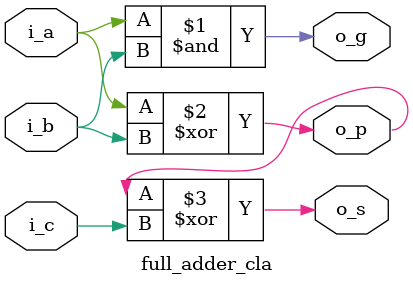
<source format=v>
module carry_lookahead_adder(
    input  wire [31:0] i_a,
    input  wire [31:0] i_b,
    output wire [31:0] o_sum
);

    wire [31:0] g, p;    // generate và propagate
    wire [31:0] c;       // carry
    wire        c32, P, G;

    // Sinh tín hiệu G, P và tính tổng từng bit
    genvar i;
    generate
        for(i = 0; i < 32; i = i + 1) begin : gen_fulladder
            full_adder_cla FA (
                .i_a(i_a[i]),
                .i_b(i_b[i]),
                .i_c((i == 0) ? 1'b0 : c[i-1]),
                .o_s(o_sum[i]),
                .o_p(p[i]),
                .o_g(g[i])
            );
        end
    endgenerate

    // Tính toàn bộ carry bits
    carry_lookahead_32bit_unit CLA32 (
        .i_c0(1'b0),
        .i_p(p),
        .i_g(g),
        .o_c(c),
        .o_c32(c32),
        .o_p(P),
        .o_g(G)
    );

endmodule


module carry_lookahead_32bit_unit(
    input  wire        i_c0,
    input  wire [31:0] i_p,
    input  wire [31:0] i_g,
    output wire [31:0] o_c,   // C[0] = C1, C[31] = C32
    output wire        o_c32, // Carry out cuối cùng
    output wire        o_p,   // Propagate tổng thể
    output wire        o_g    // Generate tổng thể
);

    assign o_c[0] = i_g[0] | (i_p[0] & i_c0);

    genvar i;
    generate
        for(i = 1; i < 32; i = i + 1) begin : gen_carry
            assign o_c[i] = i_g[i] | (i_p[i] & o_c[i-1]);
        end
    endgenerate

    assign o_c32 = o_c[31];
    assign o_p = &i_p; // Tất cả các bits đều propagate
    
    // Tính toán Generate tổng thể theo cách đệ quy
    wire [31:0] g_level [5:0]; // Các mức cho tính toán tree
    wire [31:0] p_level [5:0];
    
    // Khởi tạo level 0
    assign g_level[0] = i_g;
    assign p_level[0] = i_p;
    
    // Tính toán theo cây nhị phân
    genvar k;
    generate
        for(k = 0; k < 5; k = k + 1) begin : gen_tree
            for(i = 0; i < 32/(1 << (k+1)); i = i + 1) begin : gen_level
                assign p_level[k+1][i] = p_level[k][2*i+1] & p_level[k][2*i];
                assign g_level[k+1][i] = g_level[k][2*i+1] | (p_level[k][2*i+1] & g_level[k][2*i]);
            end
        end
    endgenerate
    
    assign o_g = g_level[5][0]; // Kết quả cuối cùng

endmodule
module full_adder_cla(
    input  wire i_a,
    input  wire i_b,
    input  wire i_c,
    output wire o_s,
    output wire o_p,
    output wire o_g
);
    assign o_g = i_a & i_b;
    assign o_p = i_a ^ i_b;
    assign o_s = o_p ^ i_c;
endmodule

</source>
